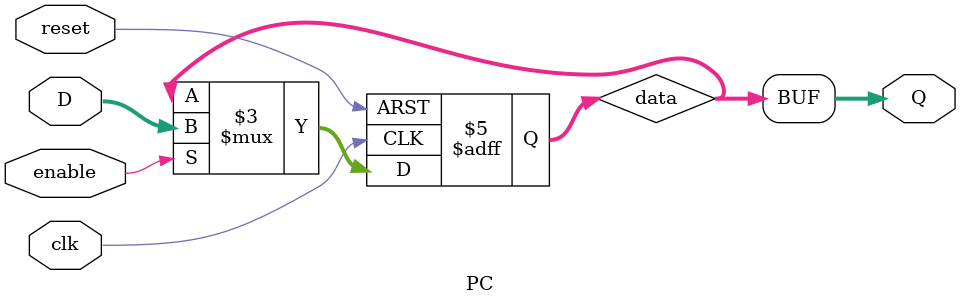
<source format=v>
module PC #(parameter WIDTH = 32)
(
	input			[WIDTH-1:0] D, 
	input 		clk,
	input			reset, enable,
	
	output		[WIDTH-1:0] Q
);

	reg [WIDTH-1:0] data;
	always @(posedge clk or negedge reset) 
	begin
      if (!reset)
         data <= 32'h400000;
      else
			if(enable)
         data <= D;
   end 
	assign Q = data;	
endmodule 
</source>
